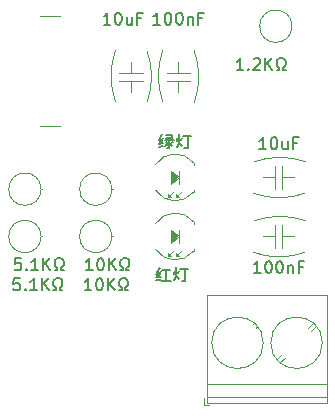
<source format=gto>
%TF.GenerationSoftware,KiCad,Pcbnew,8.0.5*%
%TF.CreationDate,2024-10-25T22:44:06+08:00*%
%TF.ProjectId,TP4056_Lithium_battery_charging,54503430-3536-45f4-9c69-746869756d5f,rev?*%
%TF.SameCoordinates,Original*%
%TF.FileFunction,Legend,Top*%
%TF.FilePolarity,Positive*%
%FSLAX46Y46*%
G04 Gerber Fmt 4.6, Leading zero omitted, Abs format (unit mm)*
G04 Created by KiCad (PCBNEW 8.0.5) date 2024-10-25 22:44:06*
%MOMM*%
%LPD*%
G01*
G04 APERTURE LIST*
%ADD10C,0.150000*%
%ADD11C,0.120000*%
G04 APERTURE END LIST*
D10*
X108738095Y-122854819D02*
X108166667Y-122854819D01*
X108452381Y-122854819D02*
X108452381Y-121854819D01*
X108452381Y-121854819D02*
X108357143Y-121997676D01*
X108357143Y-121997676D02*
X108261905Y-122092914D01*
X108261905Y-122092914D02*
X108166667Y-122140533D01*
X109357143Y-121854819D02*
X109452381Y-121854819D01*
X109452381Y-121854819D02*
X109547619Y-121902438D01*
X109547619Y-121902438D02*
X109595238Y-121950057D01*
X109595238Y-121950057D02*
X109642857Y-122045295D01*
X109642857Y-122045295D02*
X109690476Y-122235771D01*
X109690476Y-122235771D02*
X109690476Y-122473866D01*
X109690476Y-122473866D02*
X109642857Y-122664342D01*
X109642857Y-122664342D02*
X109595238Y-122759580D01*
X109595238Y-122759580D02*
X109547619Y-122807200D01*
X109547619Y-122807200D02*
X109452381Y-122854819D01*
X109452381Y-122854819D02*
X109357143Y-122854819D01*
X109357143Y-122854819D02*
X109261905Y-122807200D01*
X109261905Y-122807200D02*
X109214286Y-122759580D01*
X109214286Y-122759580D02*
X109166667Y-122664342D01*
X109166667Y-122664342D02*
X109119048Y-122473866D01*
X109119048Y-122473866D02*
X109119048Y-122235771D01*
X109119048Y-122235771D02*
X109166667Y-122045295D01*
X109166667Y-122045295D02*
X109214286Y-121950057D01*
X109214286Y-121950057D02*
X109261905Y-121902438D01*
X109261905Y-121902438D02*
X109357143Y-121854819D01*
X110119048Y-122854819D02*
X110119048Y-121854819D01*
X110690476Y-122854819D02*
X110261905Y-122283390D01*
X110690476Y-121854819D02*
X110119048Y-122426247D01*
X111071429Y-122854819D02*
X111309524Y-122854819D01*
X111309524Y-122854819D02*
X111309524Y-122664342D01*
X111309524Y-122664342D02*
X111214286Y-122616723D01*
X111214286Y-122616723D02*
X111119048Y-122521485D01*
X111119048Y-122521485D02*
X111071429Y-122378628D01*
X111071429Y-122378628D02*
X111071429Y-122140533D01*
X111071429Y-122140533D02*
X111119048Y-121997676D01*
X111119048Y-121997676D02*
X111214286Y-121902438D01*
X111214286Y-121902438D02*
X111357143Y-121854819D01*
X111357143Y-121854819D02*
X111547619Y-121854819D01*
X111547619Y-121854819D02*
X111690476Y-121902438D01*
X111690476Y-121902438D02*
X111785714Y-121997676D01*
X111785714Y-121997676D02*
X111833333Y-122140533D01*
X111833333Y-122140533D02*
X111833333Y-122378628D01*
X111833333Y-122378628D02*
X111785714Y-122521485D01*
X111785714Y-122521485D02*
X111690476Y-122616723D01*
X111690476Y-122616723D02*
X111595238Y-122664342D01*
X111595238Y-122664342D02*
X111595238Y-122854819D01*
X111595238Y-122854819D02*
X111833333Y-122854819D01*
X102552381Y-123554819D02*
X102076191Y-123554819D01*
X102076191Y-123554819D02*
X102028572Y-124031009D01*
X102028572Y-124031009D02*
X102076191Y-123983390D01*
X102076191Y-123983390D02*
X102171429Y-123935771D01*
X102171429Y-123935771D02*
X102409524Y-123935771D01*
X102409524Y-123935771D02*
X102504762Y-123983390D01*
X102504762Y-123983390D02*
X102552381Y-124031009D01*
X102552381Y-124031009D02*
X102600000Y-124126247D01*
X102600000Y-124126247D02*
X102600000Y-124364342D01*
X102600000Y-124364342D02*
X102552381Y-124459580D01*
X102552381Y-124459580D02*
X102504762Y-124507200D01*
X102504762Y-124507200D02*
X102409524Y-124554819D01*
X102409524Y-124554819D02*
X102171429Y-124554819D01*
X102171429Y-124554819D02*
X102076191Y-124507200D01*
X102076191Y-124507200D02*
X102028572Y-124459580D01*
X103028572Y-124459580D02*
X103076191Y-124507200D01*
X103076191Y-124507200D02*
X103028572Y-124554819D01*
X103028572Y-124554819D02*
X102980953Y-124507200D01*
X102980953Y-124507200D02*
X103028572Y-124459580D01*
X103028572Y-124459580D02*
X103028572Y-124554819D01*
X104028571Y-124554819D02*
X103457143Y-124554819D01*
X103742857Y-124554819D02*
X103742857Y-123554819D01*
X103742857Y-123554819D02*
X103647619Y-123697676D01*
X103647619Y-123697676D02*
X103552381Y-123792914D01*
X103552381Y-123792914D02*
X103457143Y-123840533D01*
X104457143Y-124554819D02*
X104457143Y-123554819D01*
X105028571Y-124554819D02*
X104600000Y-123983390D01*
X105028571Y-123554819D02*
X104457143Y-124126247D01*
X105409524Y-124554819D02*
X105647619Y-124554819D01*
X105647619Y-124554819D02*
X105647619Y-124364342D01*
X105647619Y-124364342D02*
X105552381Y-124316723D01*
X105552381Y-124316723D02*
X105457143Y-124221485D01*
X105457143Y-124221485D02*
X105409524Y-124078628D01*
X105409524Y-124078628D02*
X105409524Y-123840533D01*
X105409524Y-123840533D02*
X105457143Y-123697676D01*
X105457143Y-123697676D02*
X105552381Y-123602438D01*
X105552381Y-123602438D02*
X105695238Y-123554819D01*
X105695238Y-123554819D02*
X105885714Y-123554819D01*
X105885714Y-123554819D02*
X106028571Y-123602438D01*
X106028571Y-123602438D02*
X106123809Y-123697676D01*
X106123809Y-123697676D02*
X106171428Y-123840533D01*
X106171428Y-123840533D02*
X106171428Y-124078628D01*
X106171428Y-124078628D02*
X106123809Y-124221485D01*
X106123809Y-124221485D02*
X106028571Y-124316723D01*
X106028571Y-124316723D02*
X105933333Y-124364342D01*
X105933333Y-124364342D02*
X105933333Y-124554819D01*
X105933333Y-124554819D02*
X106171428Y-124554819D01*
X102652381Y-121854819D02*
X102176191Y-121854819D01*
X102176191Y-121854819D02*
X102128572Y-122331009D01*
X102128572Y-122331009D02*
X102176191Y-122283390D01*
X102176191Y-122283390D02*
X102271429Y-122235771D01*
X102271429Y-122235771D02*
X102509524Y-122235771D01*
X102509524Y-122235771D02*
X102604762Y-122283390D01*
X102604762Y-122283390D02*
X102652381Y-122331009D01*
X102652381Y-122331009D02*
X102700000Y-122426247D01*
X102700000Y-122426247D02*
X102700000Y-122664342D01*
X102700000Y-122664342D02*
X102652381Y-122759580D01*
X102652381Y-122759580D02*
X102604762Y-122807200D01*
X102604762Y-122807200D02*
X102509524Y-122854819D01*
X102509524Y-122854819D02*
X102271429Y-122854819D01*
X102271429Y-122854819D02*
X102176191Y-122807200D01*
X102176191Y-122807200D02*
X102128572Y-122759580D01*
X103128572Y-122759580D02*
X103176191Y-122807200D01*
X103176191Y-122807200D02*
X103128572Y-122854819D01*
X103128572Y-122854819D02*
X103080953Y-122807200D01*
X103080953Y-122807200D02*
X103128572Y-122759580D01*
X103128572Y-122759580D02*
X103128572Y-122854819D01*
X104128571Y-122854819D02*
X103557143Y-122854819D01*
X103842857Y-122854819D02*
X103842857Y-121854819D01*
X103842857Y-121854819D02*
X103747619Y-121997676D01*
X103747619Y-121997676D02*
X103652381Y-122092914D01*
X103652381Y-122092914D02*
X103557143Y-122140533D01*
X104557143Y-122854819D02*
X104557143Y-121854819D01*
X105128571Y-122854819D02*
X104700000Y-122283390D01*
X105128571Y-121854819D02*
X104557143Y-122426247D01*
X105509524Y-122854819D02*
X105747619Y-122854819D01*
X105747619Y-122854819D02*
X105747619Y-122664342D01*
X105747619Y-122664342D02*
X105652381Y-122616723D01*
X105652381Y-122616723D02*
X105557143Y-122521485D01*
X105557143Y-122521485D02*
X105509524Y-122378628D01*
X105509524Y-122378628D02*
X105509524Y-122140533D01*
X105509524Y-122140533D02*
X105557143Y-121997676D01*
X105557143Y-121997676D02*
X105652381Y-121902438D01*
X105652381Y-121902438D02*
X105795238Y-121854819D01*
X105795238Y-121854819D02*
X105985714Y-121854819D01*
X105985714Y-121854819D02*
X106128571Y-121902438D01*
X106128571Y-121902438D02*
X106223809Y-121997676D01*
X106223809Y-121997676D02*
X106271428Y-122140533D01*
X106271428Y-122140533D02*
X106271428Y-122378628D01*
X106271428Y-122378628D02*
X106223809Y-122521485D01*
X106223809Y-122521485D02*
X106128571Y-122616723D01*
X106128571Y-122616723D02*
X106033333Y-122664342D01*
X106033333Y-122664342D02*
X106033333Y-122854819D01*
X106033333Y-122854819D02*
X106271428Y-122854819D01*
X108638095Y-124554819D02*
X108066667Y-124554819D01*
X108352381Y-124554819D02*
X108352381Y-123554819D01*
X108352381Y-123554819D02*
X108257143Y-123697676D01*
X108257143Y-123697676D02*
X108161905Y-123792914D01*
X108161905Y-123792914D02*
X108066667Y-123840533D01*
X109257143Y-123554819D02*
X109352381Y-123554819D01*
X109352381Y-123554819D02*
X109447619Y-123602438D01*
X109447619Y-123602438D02*
X109495238Y-123650057D01*
X109495238Y-123650057D02*
X109542857Y-123745295D01*
X109542857Y-123745295D02*
X109590476Y-123935771D01*
X109590476Y-123935771D02*
X109590476Y-124173866D01*
X109590476Y-124173866D02*
X109542857Y-124364342D01*
X109542857Y-124364342D02*
X109495238Y-124459580D01*
X109495238Y-124459580D02*
X109447619Y-124507200D01*
X109447619Y-124507200D02*
X109352381Y-124554819D01*
X109352381Y-124554819D02*
X109257143Y-124554819D01*
X109257143Y-124554819D02*
X109161905Y-124507200D01*
X109161905Y-124507200D02*
X109114286Y-124459580D01*
X109114286Y-124459580D02*
X109066667Y-124364342D01*
X109066667Y-124364342D02*
X109019048Y-124173866D01*
X109019048Y-124173866D02*
X109019048Y-123935771D01*
X109019048Y-123935771D02*
X109066667Y-123745295D01*
X109066667Y-123745295D02*
X109114286Y-123650057D01*
X109114286Y-123650057D02*
X109161905Y-123602438D01*
X109161905Y-123602438D02*
X109257143Y-123554819D01*
X110019048Y-124554819D02*
X110019048Y-123554819D01*
X110590476Y-124554819D02*
X110161905Y-123983390D01*
X110590476Y-123554819D02*
X110019048Y-124126247D01*
X110971429Y-124554819D02*
X111209524Y-124554819D01*
X111209524Y-124554819D02*
X111209524Y-124364342D01*
X111209524Y-124364342D02*
X111114286Y-124316723D01*
X111114286Y-124316723D02*
X111019048Y-124221485D01*
X111019048Y-124221485D02*
X110971429Y-124078628D01*
X110971429Y-124078628D02*
X110971429Y-123840533D01*
X110971429Y-123840533D02*
X111019048Y-123697676D01*
X111019048Y-123697676D02*
X111114286Y-123602438D01*
X111114286Y-123602438D02*
X111257143Y-123554819D01*
X111257143Y-123554819D02*
X111447619Y-123554819D01*
X111447619Y-123554819D02*
X111590476Y-123602438D01*
X111590476Y-123602438D02*
X111685714Y-123697676D01*
X111685714Y-123697676D02*
X111733333Y-123840533D01*
X111733333Y-123840533D02*
X111733333Y-124078628D01*
X111733333Y-124078628D02*
X111685714Y-124221485D01*
X111685714Y-124221485D02*
X111590476Y-124316723D01*
X111590476Y-124316723D02*
X111495238Y-124364342D01*
X111495238Y-124364342D02*
X111495238Y-124554819D01*
X111495238Y-124554819D02*
X111733333Y-124554819D01*
X121500000Y-105904819D02*
X120928572Y-105904819D01*
X121214286Y-105904819D02*
X121214286Y-104904819D01*
X121214286Y-104904819D02*
X121119048Y-105047676D01*
X121119048Y-105047676D02*
X121023810Y-105142914D01*
X121023810Y-105142914D02*
X120928572Y-105190533D01*
X121928572Y-105809580D02*
X121976191Y-105857200D01*
X121976191Y-105857200D02*
X121928572Y-105904819D01*
X121928572Y-105904819D02*
X121880953Y-105857200D01*
X121880953Y-105857200D02*
X121928572Y-105809580D01*
X121928572Y-105809580D02*
X121928572Y-105904819D01*
X122357143Y-105000057D02*
X122404762Y-104952438D01*
X122404762Y-104952438D02*
X122500000Y-104904819D01*
X122500000Y-104904819D02*
X122738095Y-104904819D01*
X122738095Y-104904819D02*
X122833333Y-104952438D01*
X122833333Y-104952438D02*
X122880952Y-105000057D01*
X122880952Y-105000057D02*
X122928571Y-105095295D01*
X122928571Y-105095295D02*
X122928571Y-105190533D01*
X122928571Y-105190533D02*
X122880952Y-105333390D01*
X122880952Y-105333390D02*
X122309524Y-105904819D01*
X122309524Y-105904819D02*
X122928571Y-105904819D01*
X123357143Y-105904819D02*
X123357143Y-104904819D01*
X123928571Y-105904819D02*
X123500000Y-105333390D01*
X123928571Y-104904819D02*
X123357143Y-105476247D01*
X124309524Y-105904819D02*
X124547619Y-105904819D01*
X124547619Y-105904819D02*
X124547619Y-105714342D01*
X124547619Y-105714342D02*
X124452381Y-105666723D01*
X124452381Y-105666723D02*
X124357143Y-105571485D01*
X124357143Y-105571485D02*
X124309524Y-105428628D01*
X124309524Y-105428628D02*
X124309524Y-105190533D01*
X124309524Y-105190533D02*
X124357143Y-105047676D01*
X124357143Y-105047676D02*
X124452381Y-104952438D01*
X124452381Y-104952438D02*
X124595238Y-104904819D01*
X124595238Y-104904819D02*
X124785714Y-104904819D01*
X124785714Y-104904819D02*
X124928571Y-104952438D01*
X124928571Y-104952438D02*
X125023809Y-105047676D01*
X125023809Y-105047676D02*
X125071428Y-105190533D01*
X125071428Y-105190533D02*
X125071428Y-105428628D01*
X125071428Y-105428628D02*
X125023809Y-105571485D01*
X125023809Y-105571485D02*
X124928571Y-105666723D01*
X124928571Y-105666723D02*
X124833333Y-105714342D01*
X124833333Y-105714342D02*
X124833333Y-105904819D01*
X124833333Y-105904819D02*
X125071428Y-105904819D01*
X114920476Y-111637676D02*
X115444286Y-111637676D01*
X114872857Y-111828152D02*
X115587143Y-111828152D01*
X115063333Y-112494819D02*
X115206190Y-112494819D01*
X115206190Y-111828152D02*
X115206190Y-112494819D01*
X114920476Y-111447200D02*
X115444286Y-111447200D01*
X115444286Y-111447200D02*
X115491905Y-111828152D01*
X114920476Y-111971009D02*
X115063333Y-112113866D01*
X115206190Y-112066247D02*
X115491905Y-112351961D01*
X115396667Y-112066247D02*
X115301429Y-112161485D01*
X115539524Y-111971009D02*
X115349048Y-112113866D01*
X114587143Y-111875771D02*
X114349048Y-112113866D01*
X114587143Y-111351961D02*
X114396667Y-111828152D01*
X115158571Y-112209104D02*
X114872857Y-112351961D01*
X114730000Y-112304342D02*
X114349048Y-112399580D01*
X114682381Y-111685295D02*
X114634762Y-111828152D01*
X114634762Y-111828152D02*
X114349048Y-111828152D01*
X114682381Y-112066247D02*
X114349048Y-112161485D01*
X116396666Y-111494819D02*
X117063333Y-111494819D01*
X116491904Y-112494819D02*
X116777619Y-112494819D01*
X116777619Y-111494819D02*
X116777619Y-112494819D01*
X116301428Y-111637676D02*
X116206190Y-111828152D01*
X115920476Y-111637676D02*
X115872857Y-111875771D01*
X116063333Y-111351961D02*
X116063333Y-111923390D01*
X116063333Y-111923390D02*
X116063333Y-112161485D01*
X116063333Y-112161485D02*
X115872857Y-112447200D01*
X116063333Y-112113866D02*
X116301428Y-112304342D01*
X114642857Y-122802438D02*
X115309524Y-122802438D01*
X114642857Y-123754819D02*
X115357143Y-123754819D01*
X114976190Y-122802438D02*
X114976190Y-123754819D01*
X114214286Y-122945295D02*
X114166667Y-123135771D01*
X114404762Y-123135771D02*
X114119048Y-123469104D01*
X114404762Y-122659580D02*
X114214286Y-123040533D01*
X114547619Y-123421485D02*
X114119048Y-123469104D01*
X114547619Y-123659580D02*
X114119048Y-123707200D01*
X114547619Y-122945295D02*
X114452381Y-123088152D01*
X114452381Y-123088152D02*
X114119048Y-123135771D01*
X116166666Y-122754819D02*
X116833333Y-122754819D01*
X116261904Y-123754819D02*
X116547619Y-123754819D01*
X116547619Y-122754819D02*
X116547619Y-123754819D01*
X116071428Y-122897676D02*
X115976190Y-123088152D01*
X115690476Y-122897676D02*
X115642857Y-123135771D01*
X115833333Y-122611961D02*
X115833333Y-123183390D01*
X115833333Y-123183390D02*
X115833333Y-123421485D01*
X115833333Y-123421485D02*
X115642857Y-123707200D01*
X115833333Y-123373866D02*
X116071428Y-123564342D01*
X114452380Y-102054819D02*
X113880952Y-102054819D01*
X114166666Y-102054819D02*
X114166666Y-101054819D01*
X114166666Y-101054819D02*
X114071428Y-101197676D01*
X114071428Y-101197676D02*
X113976190Y-101292914D01*
X113976190Y-101292914D02*
X113880952Y-101340533D01*
X115071428Y-101054819D02*
X115166666Y-101054819D01*
X115166666Y-101054819D02*
X115261904Y-101102438D01*
X115261904Y-101102438D02*
X115309523Y-101150057D01*
X115309523Y-101150057D02*
X115357142Y-101245295D01*
X115357142Y-101245295D02*
X115404761Y-101435771D01*
X115404761Y-101435771D02*
X115404761Y-101673866D01*
X115404761Y-101673866D02*
X115357142Y-101864342D01*
X115357142Y-101864342D02*
X115309523Y-101959580D01*
X115309523Y-101959580D02*
X115261904Y-102007200D01*
X115261904Y-102007200D02*
X115166666Y-102054819D01*
X115166666Y-102054819D02*
X115071428Y-102054819D01*
X115071428Y-102054819D02*
X114976190Y-102007200D01*
X114976190Y-102007200D02*
X114928571Y-101959580D01*
X114928571Y-101959580D02*
X114880952Y-101864342D01*
X114880952Y-101864342D02*
X114833333Y-101673866D01*
X114833333Y-101673866D02*
X114833333Y-101435771D01*
X114833333Y-101435771D02*
X114880952Y-101245295D01*
X114880952Y-101245295D02*
X114928571Y-101150057D01*
X114928571Y-101150057D02*
X114976190Y-101102438D01*
X114976190Y-101102438D02*
X115071428Y-101054819D01*
X116023809Y-101054819D02*
X116119047Y-101054819D01*
X116119047Y-101054819D02*
X116214285Y-101102438D01*
X116214285Y-101102438D02*
X116261904Y-101150057D01*
X116261904Y-101150057D02*
X116309523Y-101245295D01*
X116309523Y-101245295D02*
X116357142Y-101435771D01*
X116357142Y-101435771D02*
X116357142Y-101673866D01*
X116357142Y-101673866D02*
X116309523Y-101864342D01*
X116309523Y-101864342D02*
X116261904Y-101959580D01*
X116261904Y-101959580D02*
X116214285Y-102007200D01*
X116214285Y-102007200D02*
X116119047Y-102054819D01*
X116119047Y-102054819D02*
X116023809Y-102054819D01*
X116023809Y-102054819D02*
X115928571Y-102007200D01*
X115928571Y-102007200D02*
X115880952Y-101959580D01*
X115880952Y-101959580D02*
X115833333Y-101864342D01*
X115833333Y-101864342D02*
X115785714Y-101673866D01*
X115785714Y-101673866D02*
X115785714Y-101435771D01*
X115785714Y-101435771D02*
X115833333Y-101245295D01*
X115833333Y-101245295D02*
X115880952Y-101150057D01*
X115880952Y-101150057D02*
X115928571Y-101102438D01*
X115928571Y-101102438D02*
X116023809Y-101054819D01*
X116785714Y-101388152D02*
X116785714Y-102054819D01*
X116785714Y-101483390D02*
X116833333Y-101435771D01*
X116833333Y-101435771D02*
X116928571Y-101388152D01*
X116928571Y-101388152D02*
X117071428Y-101388152D01*
X117071428Y-101388152D02*
X117166666Y-101435771D01*
X117166666Y-101435771D02*
X117214285Y-101531009D01*
X117214285Y-101531009D02*
X117214285Y-102054819D01*
X118023809Y-101531009D02*
X117690476Y-101531009D01*
X117690476Y-102054819D02*
X117690476Y-101054819D01*
X117690476Y-101054819D02*
X118166666Y-101054819D01*
X110228571Y-102054819D02*
X109657143Y-102054819D01*
X109942857Y-102054819D02*
X109942857Y-101054819D01*
X109942857Y-101054819D02*
X109847619Y-101197676D01*
X109847619Y-101197676D02*
X109752381Y-101292914D01*
X109752381Y-101292914D02*
X109657143Y-101340533D01*
X110847619Y-101054819D02*
X110942857Y-101054819D01*
X110942857Y-101054819D02*
X111038095Y-101102438D01*
X111038095Y-101102438D02*
X111085714Y-101150057D01*
X111085714Y-101150057D02*
X111133333Y-101245295D01*
X111133333Y-101245295D02*
X111180952Y-101435771D01*
X111180952Y-101435771D02*
X111180952Y-101673866D01*
X111180952Y-101673866D02*
X111133333Y-101864342D01*
X111133333Y-101864342D02*
X111085714Y-101959580D01*
X111085714Y-101959580D02*
X111038095Y-102007200D01*
X111038095Y-102007200D02*
X110942857Y-102054819D01*
X110942857Y-102054819D02*
X110847619Y-102054819D01*
X110847619Y-102054819D02*
X110752381Y-102007200D01*
X110752381Y-102007200D02*
X110704762Y-101959580D01*
X110704762Y-101959580D02*
X110657143Y-101864342D01*
X110657143Y-101864342D02*
X110609524Y-101673866D01*
X110609524Y-101673866D02*
X110609524Y-101435771D01*
X110609524Y-101435771D02*
X110657143Y-101245295D01*
X110657143Y-101245295D02*
X110704762Y-101150057D01*
X110704762Y-101150057D02*
X110752381Y-101102438D01*
X110752381Y-101102438D02*
X110847619Y-101054819D01*
X112038095Y-101388152D02*
X112038095Y-102054819D01*
X111609524Y-101388152D02*
X111609524Y-101911961D01*
X111609524Y-101911961D02*
X111657143Y-102007200D01*
X111657143Y-102007200D02*
X111752381Y-102054819D01*
X111752381Y-102054819D02*
X111895238Y-102054819D01*
X111895238Y-102054819D02*
X111990476Y-102007200D01*
X111990476Y-102007200D02*
X112038095Y-101959580D01*
X112847619Y-101531009D02*
X112514286Y-101531009D01*
X112514286Y-102054819D02*
X112514286Y-101054819D01*
X112514286Y-101054819D02*
X112990476Y-101054819D01*
X122952380Y-123079819D02*
X122380952Y-123079819D01*
X122666666Y-123079819D02*
X122666666Y-122079819D01*
X122666666Y-122079819D02*
X122571428Y-122222676D01*
X122571428Y-122222676D02*
X122476190Y-122317914D01*
X122476190Y-122317914D02*
X122380952Y-122365533D01*
X123571428Y-122079819D02*
X123666666Y-122079819D01*
X123666666Y-122079819D02*
X123761904Y-122127438D01*
X123761904Y-122127438D02*
X123809523Y-122175057D01*
X123809523Y-122175057D02*
X123857142Y-122270295D01*
X123857142Y-122270295D02*
X123904761Y-122460771D01*
X123904761Y-122460771D02*
X123904761Y-122698866D01*
X123904761Y-122698866D02*
X123857142Y-122889342D01*
X123857142Y-122889342D02*
X123809523Y-122984580D01*
X123809523Y-122984580D02*
X123761904Y-123032200D01*
X123761904Y-123032200D02*
X123666666Y-123079819D01*
X123666666Y-123079819D02*
X123571428Y-123079819D01*
X123571428Y-123079819D02*
X123476190Y-123032200D01*
X123476190Y-123032200D02*
X123428571Y-122984580D01*
X123428571Y-122984580D02*
X123380952Y-122889342D01*
X123380952Y-122889342D02*
X123333333Y-122698866D01*
X123333333Y-122698866D02*
X123333333Y-122460771D01*
X123333333Y-122460771D02*
X123380952Y-122270295D01*
X123380952Y-122270295D02*
X123428571Y-122175057D01*
X123428571Y-122175057D02*
X123476190Y-122127438D01*
X123476190Y-122127438D02*
X123571428Y-122079819D01*
X124523809Y-122079819D02*
X124619047Y-122079819D01*
X124619047Y-122079819D02*
X124714285Y-122127438D01*
X124714285Y-122127438D02*
X124761904Y-122175057D01*
X124761904Y-122175057D02*
X124809523Y-122270295D01*
X124809523Y-122270295D02*
X124857142Y-122460771D01*
X124857142Y-122460771D02*
X124857142Y-122698866D01*
X124857142Y-122698866D02*
X124809523Y-122889342D01*
X124809523Y-122889342D02*
X124761904Y-122984580D01*
X124761904Y-122984580D02*
X124714285Y-123032200D01*
X124714285Y-123032200D02*
X124619047Y-123079819D01*
X124619047Y-123079819D02*
X124523809Y-123079819D01*
X124523809Y-123079819D02*
X124428571Y-123032200D01*
X124428571Y-123032200D02*
X124380952Y-122984580D01*
X124380952Y-122984580D02*
X124333333Y-122889342D01*
X124333333Y-122889342D02*
X124285714Y-122698866D01*
X124285714Y-122698866D02*
X124285714Y-122460771D01*
X124285714Y-122460771D02*
X124333333Y-122270295D01*
X124333333Y-122270295D02*
X124380952Y-122175057D01*
X124380952Y-122175057D02*
X124428571Y-122127438D01*
X124428571Y-122127438D02*
X124523809Y-122079819D01*
X125285714Y-122413152D02*
X125285714Y-123079819D01*
X125285714Y-122508390D02*
X125333333Y-122460771D01*
X125333333Y-122460771D02*
X125428571Y-122413152D01*
X125428571Y-122413152D02*
X125571428Y-122413152D01*
X125571428Y-122413152D02*
X125666666Y-122460771D01*
X125666666Y-122460771D02*
X125714285Y-122556009D01*
X125714285Y-122556009D02*
X125714285Y-123079819D01*
X126523809Y-122556009D02*
X126190476Y-122556009D01*
X126190476Y-123079819D02*
X126190476Y-122079819D01*
X126190476Y-122079819D02*
X126666666Y-122079819D01*
X123428571Y-112604819D02*
X122857143Y-112604819D01*
X123142857Y-112604819D02*
X123142857Y-111604819D01*
X123142857Y-111604819D02*
X123047619Y-111747676D01*
X123047619Y-111747676D02*
X122952381Y-111842914D01*
X122952381Y-111842914D02*
X122857143Y-111890533D01*
X124047619Y-111604819D02*
X124142857Y-111604819D01*
X124142857Y-111604819D02*
X124238095Y-111652438D01*
X124238095Y-111652438D02*
X124285714Y-111700057D01*
X124285714Y-111700057D02*
X124333333Y-111795295D01*
X124333333Y-111795295D02*
X124380952Y-111985771D01*
X124380952Y-111985771D02*
X124380952Y-112223866D01*
X124380952Y-112223866D02*
X124333333Y-112414342D01*
X124333333Y-112414342D02*
X124285714Y-112509580D01*
X124285714Y-112509580D02*
X124238095Y-112557200D01*
X124238095Y-112557200D02*
X124142857Y-112604819D01*
X124142857Y-112604819D02*
X124047619Y-112604819D01*
X124047619Y-112604819D02*
X123952381Y-112557200D01*
X123952381Y-112557200D02*
X123904762Y-112509580D01*
X123904762Y-112509580D02*
X123857143Y-112414342D01*
X123857143Y-112414342D02*
X123809524Y-112223866D01*
X123809524Y-112223866D02*
X123809524Y-111985771D01*
X123809524Y-111985771D02*
X123857143Y-111795295D01*
X123857143Y-111795295D02*
X123904762Y-111700057D01*
X123904762Y-111700057D02*
X123952381Y-111652438D01*
X123952381Y-111652438D02*
X124047619Y-111604819D01*
X125238095Y-111938152D02*
X125238095Y-112604819D01*
X124809524Y-111938152D02*
X124809524Y-112461961D01*
X124809524Y-112461961D02*
X124857143Y-112557200D01*
X124857143Y-112557200D02*
X124952381Y-112604819D01*
X124952381Y-112604819D02*
X125095238Y-112604819D01*
X125095238Y-112604819D02*
X125190476Y-112557200D01*
X125190476Y-112557200D02*
X125238095Y-112509580D01*
X126047619Y-112081009D02*
X125714286Y-112081009D01*
X125714286Y-112604819D02*
X125714286Y-111604819D01*
X125714286Y-111604819D02*
X126190476Y-111604819D01*
D11*
%TO.C,USB1*%
X104250000Y-110670000D02*
X105950000Y-110670000D01*
X104250000Y-101330000D02*
X105950000Y-101330000D01*
%TO.C,R5*%
X110370000Y-116000000D02*
X110440000Y-116000000D01*
X110370000Y-116000000D02*
G75*
G02*
X107630000Y-116000000I-1370000J0D01*
G01*
X107630000Y-116000000D02*
G75*
G02*
X110370000Y-116000000I1370000J0D01*
G01*
%TO.C,R4*%
X104370000Y-120000000D02*
G75*
G02*
X101630000Y-120000000I-1370000J0D01*
G01*
X101630000Y-120000000D02*
G75*
G02*
X104370000Y-120000000I1370000J0D01*
G01*
X104370000Y-120000000D02*
X104440000Y-120000000D01*
%TO.C,R3*%
X104370000Y-116000000D02*
X104440000Y-116000000D01*
X104370000Y-116000000D02*
G75*
G02*
X101630000Y-116000000I-1370000J0D01*
G01*
X101630000Y-116000000D02*
G75*
G02*
X104370000Y-116000000I1370000J0D01*
G01*
%TO.C,R2*%
X110370000Y-120000000D02*
X110440000Y-120000000D01*
X110370000Y-120000000D02*
G75*
G02*
X107630000Y-120000000I-1370000J0D01*
G01*
X107630000Y-120000000D02*
G75*
G02*
X110370000Y-120000000I1370000J0D01*
G01*
%TO.C,R1*%
X122875000Y-102200000D02*
X122805000Y-102200000D01*
X125615000Y-102200000D02*
G75*
G02*
X122875000Y-102200000I-1370000J0D01*
G01*
X122875000Y-102200000D02*
G75*
G02*
X125615000Y-102200000I1370000J0D01*
G01*
%TO.C,P1*%
X118200000Y-133660000D02*
X118200000Y-134300000D01*
X118200000Y-134300000D02*
X118600000Y-134300000D01*
X118440000Y-124940000D02*
X118440000Y-134060000D01*
X118440000Y-124940000D02*
X128560000Y-124940000D01*
X118440000Y-132500000D02*
X128560000Y-132500000D01*
X118440000Y-133600000D02*
X128560000Y-133600000D01*
X118440000Y-134060000D02*
X128560000Y-134060000D01*
X119452000Y-130281000D02*
X119346000Y-130388000D01*
X119718000Y-130547000D02*
X119612000Y-130654000D01*
X122388000Y-127346000D02*
X122281000Y-127453000D01*
X122654000Y-127612000D02*
X122547000Y-127719000D01*
X124742000Y-129992000D02*
X124347000Y-130388000D01*
X124993000Y-130274000D02*
X124613000Y-130654000D01*
X127388000Y-127346000D02*
X127008000Y-127726000D01*
X127654000Y-127612000D02*
X127259000Y-128008000D01*
X128560000Y-124940000D02*
X128560000Y-134060000D01*
X123180000Y-129000000D02*
G75*
G02*
X118820000Y-129000000I-2180000J0D01*
G01*
X118820000Y-129000000D02*
G75*
G02*
X123180000Y-129000000I2180000J0D01*
G01*
X128180000Y-129000000D02*
G75*
G02*
X123820000Y-129000000I-2180000J0D01*
G01*
X123820000Y-129000000D02*
G75*
G02*
X128180000Y-129000000I2180000J0D01*
G01*
%TO.C,LED2*%
X117290000Y-116236000D02*
X117290000Y-116050000D01*
X117290000Y-113950000D02*
X117290000Y-113764000D01*
X116301500Y-116143000D02*
X115793500Y-116651000D01*
X116047500Y-115571500D02*
X116047500Y-114428500D01*
X115666500Y-116143000D02*
X115158500Y-116651000D01*
X117290000Y-116235516D02*
G75*
G02*
X114057665Y-116078608I-1560000J1235516D01*
G01*
X114057665Y-113921392D02*
G75*
G02*
X117290000Y-113764484I1672335J-1078608D01*
G01*
X116047500Y-116651000D02*
X115793500Y-116651000D01*
X115793500Y-116397000D01*
X116047500Y-116651000D01*
G36*
X116047500Y-116651000D02*
G01*
X115793500Y-116651000D01*
X115793500Y-116397000D01*
X116047500Y-116651000D01*
G37*
X116047500Y-115000000D02*
X115412500Y-115571500D01*
X115412500Y-114428500D01*
X116047500Y-115000000D01*
G36*
X116047500Y-115000000D02*
G01*
X115412500Y-115571500D01*
X115412500Y-114428500D01*
X116047500Y-115000000D01*
G37*
X115412500Y-116651000D02*
X115158500Y-116651000D01*
X115158500Y-116397000D01*
X115412500Y-116651000D01*
G36*
X115412500Y-116651000D02*
G01*
X115158500Y-116651000D01*
X115158500Y-116397000D01*
X115412500Y-116651000D01*
G37*
%TO.C,LED1*%
X117290000Y-121236000D02*
X117290000Y-121050000D01*
X117290000Y-118950000D02*
X117290000Y-118764000D01*
X116301500Y-121143000D02*
X115793500Y-121651000D01*
X116047500Y-120571500D02*
X116047500Y-119428500D01*
X115666500Y-121143000D02*
X115158500Y-121651000D01*
X117290000Y-121235516D02*
G75*
G02*
X114057665Y-121078608I-1560000J1235516D01*
G01*
X114057665Y-118921392D02*
G75*
G02*
X117290000Y-118764484I1672335J-1078608D01*
G01*
X116047500Y-121651000D02*
X115793500Y-121651000D01*
X115793500Y-121397000D01*
X116047500Y-121651000D01*
G36*
X116047500Y-121651000D02*
G01*
X115793500Y-121651000D01*
X115793500Y-121397000D01*
X116047500Y-121651000D01*
G37*
X116047500Y-120000000D02*
X115412500Y-120571500D01*
X115412500Y-119428500D01*
X116047500Y-120000000D01*
G36*
X116047500Y-120000000D02*
G01*
X115412500Y-120571500D01*
X115412500Y-119428500D01*
X116047500Y-120000000D01*
G37*
X115412500Y-121651000D02*
X115158500Y-121651000D01*
X115158500Y-121397000D01*
X115412500Y-121651000D01*
G36*
X115412500Y-121651000D02*
G01*
X115158500Y-121651000D01*
X115158500Y-121397000D01*
X115412500Y-121651000D01*
G37*
%TO.C,C5*%
X114686677Y-108628144D02*
G75*
G02*
X114666501Y-104254000I6075823J2215144D01*
G01*
X117333500Y-104261356D02*
G75*
G02*
X117353676Y-108635500I-6075820J-2215144D01*
G01*
X116000000Y-106800000D02*
X116000000Y-107800000D01*
X117000000Y-106800000D02*
X115000000Y-106800000D01*
X116000000Y-106200000D02*
X115000000Y-106200000D01*
X116000000Y-106200000D02*
X117000000Y-106200000D01*
X116000000Y-105200000D02*
X116000000Y-106200000D01*
%TO.C,C4*%
X110686677Y-108628144D02*
G75*
G02*
X110666501Y-104254000I6075823J2215144D01*
G01*
X113333500Y-104261356D02*
G75*
G02*
X113353676Y-108635500I-6075820J-2215144D01*
G01*
X112000000Y-106800000D02*
X112000000Y-107800000D01*
X113000000Y-106800000D02*
X111000000Y-106800000D01*
X112000000Y-106200000D02*
X111000000Y-106200000D01*
X112000000Y-106200000D02*
X113000000Y-106200000D01*
X112000000Y-105200000D02*
X112000000Y-106200000D01*
%TO.C,C2*%
X125800000Y-120000000D02*
X124800000Y-120000000D01*
X124800000Y-120000000D02*
X124800000Y-121000000D01*
X124800000Y-120000000D02*
X124800000Y-119000000D01*
X124200000Y-121000000D02*
X124200000Y-119000000D01*
X124200000Y-120000000D02*
X123200000Y-120000000D01*
X126738644Y-121333500D02*
G75*
G02*
X122364500Y-121353676I-2215144J6075820D01*
G01*
X122371856Y-118686677D02*
G75*
G02*
X126746000Y-118666501I2215144J-6075823D01*
G01*
%TO.C,C1*%
X125800000Y-115000000D02*
X124800000Y-115000000D01*
X124800000Y-115000000D02*
X124800000Y-116000000D01*
X124800000Y-115000000D02*
X124800000Y-114000000D01*
X124200000Y-116000000D02*
X124200000Y-114000000D01*
X124200000Y-115000000D02*
X123200000Y-115000000D01*
X126738644Y-116333500D02*
G75*
G02*
X122364500Y-116353676I-2215144J6075820D01*
G01*
X122371856Y-113686677D02*
G75*
G02*
X126746000Y-113666501I2215144J-6075823D01*
G01*
%TD*%
M02*

</source>
